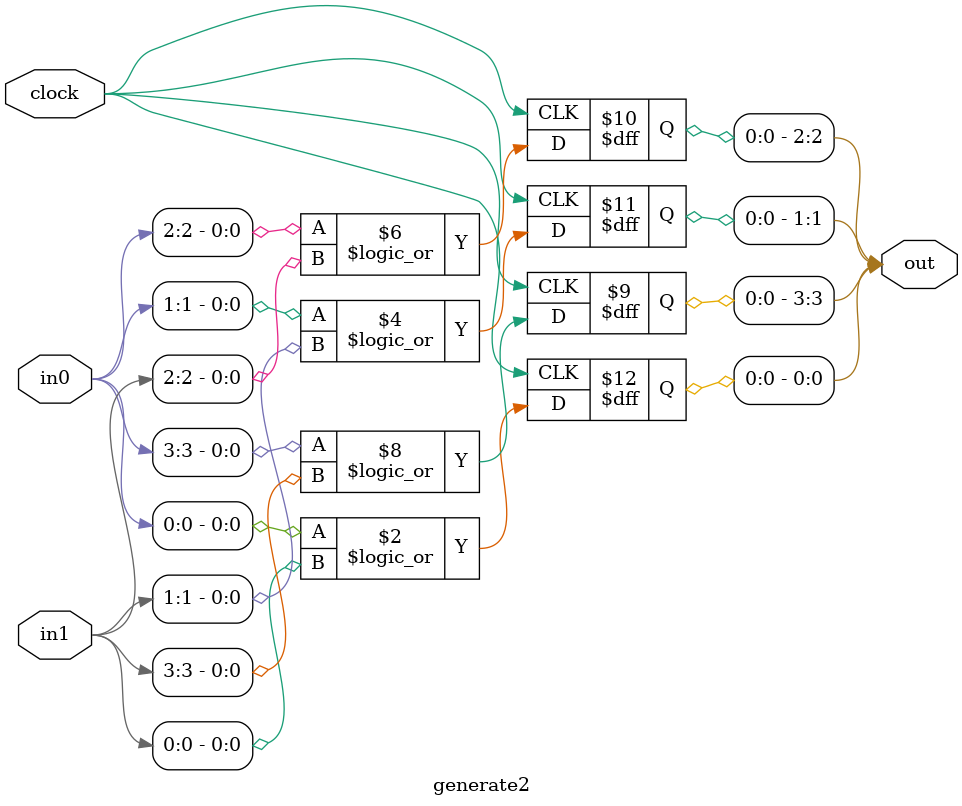
<source format=v>
module generate2
  #(parameter CONFIG = 0,
    parameter WIDTH = 4)
   (input wire clock,
    input wire [WIDTH-1:0] in0, in1,
    output reg [WIDTH-1:0] out);

   genvar i;

   generate
      if (CONFIG == 0) begin
         for (i=0; i < WIDTH; i=i+1) begin: LOOP0
            always @(posedge clock) out[i] <= in0[i] || in1[i];
         end
      end
      else begin
         for (i=0; i < WIDTH; i=i+1) begin: LOOP1
            always @(posedge clock) out[i] <= in0[i] && in1[i];
         end
      end
   endgenerate

endmodule

</source>
